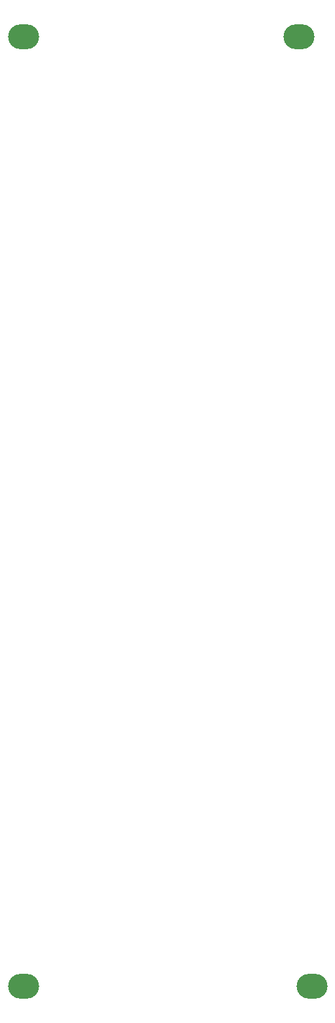
<source format=gbr>
%TF.GenerationSoftware,KiCad,Pcbnew,9.0.6*%
%TF.CreationDate,2025-12-17T11:16:36-05:00*%
%TF.ProjectId,lichen-crustose-panel,6c696368-656e-42d6-9372-7573746f7365,rev?*%
%TF.SameCoordinates,Original*%
%TF.FileFunction,Copper,L1,Top*%
%TF.FilePolarity,Positive*%
%FSLAX46Y46*%
G04 Gerber Fmt 4.6, Leading zero omitted, Abs format (unit mm)*
G04 Created by KiCad (PCBNEW 9.0.6) date 2025-12-17 11:16:36*
%MOMM*%
%LPD*%
G01*
G04 APERTURE LIST*
G04 Aperture macros list*
%AMRoundRect*
0 Rectangle with rounded corners*
0 $1 Rounding radius*
0 $2 $3 $4 $5 $6 $7 $8 $9 X,Y pos of 4 corners*
0 Add a 4 corners polygon primitive as box body*
4,1,4,$2,$3,$4,$5,$6,$7,$8,$9,$2,$3,0*
0 Add four circle primitives for the rounded corners*
1,1,$1+$1,$2,$3*
1,1,$1+$1,$4,$5*
1,1,$1+$1,$6,$7*
1,1,$1+$1,$8,$9*
0 Add four rect primitives between the rounded corners*
20,1,$1+$1,$2,$3,$4,$5,0*
20,1,$1+$1,$4,$5,$6,$7,0*
20,1,$1+$1,$6,$7,$8,$9,0*
20,1,$1+$1,$8,$9,$2,$3,0*%
G04 Aperture macros list end*
%TA.AperFunction,WasherPad*%
%ADD10RoundRect,1.600000X-0.400000X-0.000010X0.400000X-0.000010X0.400000X0.000010X-0.400000X0.000010X0*%
%TD*%
G04 APERTURE END LIST*
D10*
%TO.P,H20,*%
%TO.N,*%
X143060000Y-103000000D03*
%TD*%
%TO.P,H21,*%
%TO.N,*%
X107500000Y-225500000D03*
%TD*%
%TO.P,H19,*%
%TO.N,*%
X107500000Y-103000000D03*
%TD*%
%TO.P,H22,*%
%TO.N,*%
X144750000Y-225500000D03*
%TD*%
M02*

</source>
